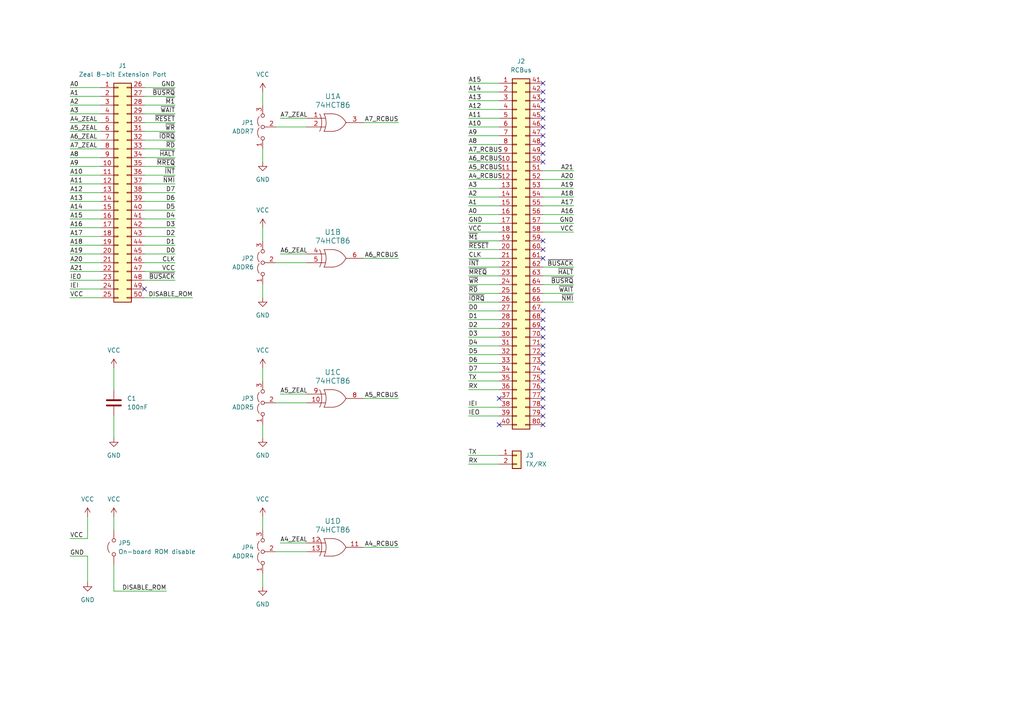
<source format=kicad_sch>
(kicad_sch (version 20250114) (generator "eeschema") (generator_version "9.0")
  (paper "A4")
  (title_block (title "Zeal 8-bit / RCBus adapter") (rev "3") (company "kolontsov.com"))
  (lib_symbols
    (symbol "Connector_Generic:Conn_01x02" (pin_names (offset 1.016) (hide yes))
      (property "Reference" "J" (at 0 2.54 0))
      (property "Value" "Conn_01x02" (at 0 -5.08 0))
      (symbol "Conn_01x02_1_1"
        (rectangle (start -1.27 1.27) (end 1.27 -3.81) (stroke (width 0.254)) (fill (type background)))
        (rectangle (start -1.27 0.127) (end 0 -0.127) (stroke (width 0.1524)))
        (rectangle (start -1.27 -2.413) (end 0 -2.667) (stroke (width 0.1524)))
        (pin passive line (at -5.08 0 0) (length 3.81) (name "Pin_1") (number "1"))
        (pin passive line (at -5.08 -2.54 0) (length 3.81) (name "Pin_2") (number "2"))
      )
    )
    (symbol "Connector_Generic:Conn_02x25_Top_Bottom" (pin_names (offset 1.016) (hide yes))
      (property "Reference" "J" (at 1.27 33.02 0))
      (property "Value" "Conn_02x25_Top_Bottom" (at 1.27 -33.02 0))
      (symbol "Conn_02x25_Top_Bottom_1_1"
        (rectangle (start -1.27 31.75) (end 3.81 -31.75) (stroke (width 0.254)) (fill (type background)))
        (rectangle (start -1.27 30.607) (end 0 30.353) (stroke (width 0.1524)))
        (rectangle (start -1.27 28.067) (end 0 27.813) (stroke (width 0.1524)))
        (rectangle (start -1.27 25.527) (end 0 25.273) (stroke (width 0.1524)))
        (rectangle (start -1.27 22.987) (end 0 22.733) (stroke (width 0.1524)))
        (rectangle (start -1.27 20.447) (end 0 20.193) (stroke (width 0.1524)))
        (rectangle (start -1.27 17.907) (end 0 17.653) (stroke (width 0.1524)))
        (rectangle (start -1.27 15.367) (end 0 15.113) (stroke (width 0.1524)))
        (rectangle (start -1.27 12.827) (end 0 12.573) (stroke (width 0.1524)))
        (rectangle (start -1.27 10.287) (end 0 10.033) (stroke (width 0.1524)))
        (rectangle (start -1.27 7.747) (end 0 7.493) (stroke (width 0.1524)))
        (rectangle (start -1.27 5.207) (end 0 4.953) (stroke (width 0.1524)))
        (rectangle (start -1.27 2.667) (end 0 2.413) (stroke (width 0.1524)))
        (rectangle (start -1.27 0.127) (end 0 -0.127) (stroke (width 0.1524)))
        (rectangle (start -1.27 -2.413) (end 0 -2.667) (stroke (width 0.1524)))
        (rectangle (start -1.27 -4.953) (end 0 -5.207) (stroke (width 0.1524)))
        (rectangle (start -1.27 -7.493) (end 0 -7.747) (stroke (width 0.1524)))
        (rectangle (start -1.27 -10.033) (end 0 -10.287) (stroke (width 0.1524)))
        (rectangle (start -1.27 -12.573) (end 0 -12.827) (stroke (width 0.1524)))
        (rectangle (start -1.27 -15.113) (end 0 -15.367) (stroke (width 0.1524)))
        (rectangle (start -1.27 -17.653) (end 0 -17.907) (stroke (width 0.1524)))
        (rectangle (start -1.27 -20.193) (end 0 -20.447) (stroke (width 0.1524)))
        (rectangle (start -1.27 -22.733) (end 0 -22.987) (stroke (width 0.1524)))
        (rectangle (start -1.27 -25.273) (end 0 -25.527) (stroke (width 0.1524)))
        (rectangle (start -1.27 -27.813) (end 0 -28.067) (stroke (width 0.1524)))
        (rectangle (start -1.27 -30.353) (end 0 -30.607) (stroke (width 0.1524)))
        (rectangle (start 3.81 30.607) (end 2.54 30.353) (stroke (width 0.1524)))
        (rectangle (start 3.81 28.067) (end 2.54 27.813) (stroke (width 0.1524)))
        (rectangle (start 3.81 25.527) (end 2.54 25.273) (stroke (width 0.1524)))
        (rectangle (start 3.81 22.987) (end 2.54 22.733) (stroke (width 0.1524)))
        (rectangle (start 3.81 20.447) (end 2.54 20.193) (stroke (width 0.1524)))
        (rectangle (start 3.81 17.907) (end 2.54 17.653) (stroke (width 0.1524)))
        (rectangle (start 3.81 15.367) (end 2.54 15.113) (stroke (width 0.1524)))
        (rectangle (start 3.81 12.827) (end 2.54 12.573) (stroke (width 0.1524)))
        (rectangle (start 3.81 10.287) (end 2.54 10.033) (stroke (width 0.1524)))
        (rectangle (start 3.81 7.747) (end 2.54 7.493) (stroke (width 0.1524)))
        (rectangle (start 3.81 5.207) (end 2.54 4.953) (stroke (width 0.1524)))
        (rectangle (start 3.81 2.667) (end 2.54 2.413) (stroke (width 0.1524)))
        (rectangle (start 3.81 0.127) (end 2.54 -0.127) (stroke (width 0.1524)))
        (rectangle (start 3.81 -2.413) (end 2.54 -2.667) (stroke (width 0.1524)))
        (rectangle (start 3.81 -4.953) (end 2.54 -5.207) (stroke (width 0.1524)))
        (rectangle (start 3.81 -7.493) (end 2.54 -7.747) (stroke (width 0.1524)))
        (rectangle (start 3.81 -10.033) (end 2.54 -10.287) (stroke (width 0.1524)))
        (rectangle (start 3.81 -12.573) (end 2.54 -12.827) (stroke (width 0.1524)))
        (rectangle (start 3.81 -15.113) (end 2.54 -15.367) (stroke (width 0.1524)))
        (rectangle (start 3.81 -17.653) (end 2.54 -17.907) (stroke (width 0.1524)))
        (rectangle (start 3.81 -20.193) (end 2.54 -20.447) (stroke (width 0.1524)))
        (rectangle (start 3.81 -22.733) (end 2.54 -22.987) (stroke (width 0.1524)))
        (rectangle (start 3.81 -25.273) (end 2.54 -25.527) (stroke (width 0.1524)))
        (rectangle (start 3.81 -27.813) (end 2.54 -28.067) (stroke (width 0.1524)))
        (rectangle (start 3.81 -30.353) (end 2.54 -30.607) (stroke (width 0.1524)))
        (pin passive line (at -5.08 30.48 0) (length 3.81) (name "Pin_1") (number "1"))
        (pin passive line (at -5.08 27.94 0) (length 3.81) (name "Pin_2") (number "2"))
        (pin passive line (at -5.08 25.4 0) (length 3.81) (name "Pin_3") (number "3"))
        (pin passive line (at -5.08 22.86 0) (length 3.81) (name "Pin_4") (number "4"))
        (pin passive line (at -5.08 20.32 0) (length 3.81) (name "Pin_5") (number "5"))
        (pin passive line (at -5.08 17.78 0) (length 3.81) (name "Pin_6") (number "6"))
        (pin passive line (at -5.08 15.24 0) (length 3.81) (name "Pin_7") (number "7"))
        (pin passive line (at -5.08 12.7 0) (length 3.81) (name "Pin_8") (number "8"))
        (pin passive line (at -5.08 10.16 0) (length 3.81) (name "Pin_9") (number "9"))
        (pin passive line (at -5.08 7.62 0) (length 3.81) (name "Pin_10") (number "10"))
        (pin passive line (at -5.08 5.08 0) (length 3.81) (name "Pin_11") (number "11"))
        (pin passive line (at -5.08 2.54 0) (length 3.81) (name "Pin_12") (number "12"))
        (pin passive line (at -5.08 0 0) (length 3.81) (name "Pin_13") (number "13"))
        (pin passive line (at -5.08 -2.54 0) (length 3.81) (name "Pin_14") (number "14"))
        (pin passive line (at -5.08 -5.08 0) (length 3.81) (name "Pin_15") (number "15"))
        (pin passive line (at -5.08 -7.62 0) (length 3.81) (name "Pin_16") (number "16"))
        (pin passive line (at -5.08 -10.16 0) (length 3.81) (name "Pin_17") (number "17"))
        (pin passive line (at -5.08 -12.7 0) (length 3.81) (name "Pin_18") (number "18"))
        (pin passive line (at -5.08 -15.24 0) (length 3.81) (name "Pin_19") (number "19"))
        (pin passive line (at -5.08 -17.78 0) (length 3.81) (name "Pin_20") (number "20"))
        (pin passive line (at -5.08 -20.32 0) (length 3.81) (name "Pin_21") (number "21"))
        (pin passive line (at -5.08 -22.86 0) (length 3.81) (name "Pin_22") (number "22"))
        (pin passive line (at -5.08 -25.4 0) (length 3.81) (name "Pin_23") (number "23"))
        (pin passive line (at -5.08 -27.94 0) (length 3.81) (name "Pin_24") (number "24"))
        (pin passive line (at -5.08 -30.48 0) (length 3.81) (name "Pin_25") (number "25"))
        (pin passive line (at 7.62 30.48 180) (length 3.81) (name "Pin_26") (number "26"))
        (pin passive line (at 7.62 27.94 180) (length 3.81) (name "Pin_27") (number "27"))
        (pin passive line (at 7.62 25.4 180) (length 3.81) (name "Pin_28") (number "28"))
        (pin passive line (at 7.62 22.86 180) (length 3.81) (name "Pin_29") (number "29"))
        (pin passive line (at 7.62 20.32 180) (length 3.81) (name "Pin_30") (number "30"))
        (pin passive line (at 7.62 17.78 180) (length 3.81) (name "Pin_31") (number "31"))
        (pin passive line (at 7.62 15.24 180) (length 3.81) (name "Pin_32") (number "32"))
        (pin passive line (at 7.62 12.7 180) (length 3.81) (name "Pin_33") (number "33"))
        (pin passive line (at 7.62 10.16 180) (length 3.81) (name "Pin_34") (number "34"))
        (pin passive line (at 7.62 7.62 180) (length 3.81) (name "Pin_35") (number "35"))
        (pin passive line (at 7.62 5.08 180) (length 3.81) (name "Pin_36") (number "36"))
        (pin passive line (at 7.62 2.54 180) (length 3.81) (name "Pin_37") (number "37"))
        (pin passive line (at 7.62 0 180) (length 3.81) (name "Pin_38") (number "38"))
        (pin passive line (at 7.62 -2.54 180) (length 3.81) (name "Pin_39") (number "39"))
        (pin passive line (at 7.62 -5.08 180) (length 3.81) (name "Pin_40") (number "40"))
        (pin passive line (at 7.62 -7.62 180) (length 3.81) (name "Pin_41") (number "41"))
        (pin passive line (at 7.62 -10.16 180) (length 3.81) (name "Pin_42") (number "42"))
        (pin passive line (at 7.62 -12.7 180) (length 3.81) (name "Pin_43") (number "43"))
        (pin passive line (at 7.62 -15.24 180) (length 3.81) (name "Pin_44") (number "44"))
        (pin passive line (at 7.62 -17.78 180) (length 3.81) (name "Pin_45") (number "45"))
        (pin passive line (at 7.62 -20.32 180) (length 3.81) (name "Pin_46") (number "46"))
        (pin passive line (at 7.62 -22.86 180) (length 3.81) (name "Pin_47") (number "47"))
        (pin passive line (at 7.62 -25.4 180) (length 3.81) (name "Pin_48") (number "48"))
        (pin passive line (at 7.62 -27.94 180) (length 3.81) (name "Pin_49") (number "49"))
        (pin passive line (at 7.62 -30.48 180) (length 3.81) (name "Pin_50") (number "50"))
      )
    )
    (symbol "Connector_Generic:Conn_02x40_Top_Bottom" (pin_names (offset 1.016) (hide yes))
      (property "Reference" "J" (at 1.27 50.8 0))
      (property "Value" "Conn_02x40_Top_Bottom" (at 1.27 -53.34 0))
      (symbol "Conn_02x40_Top_Bottom_1_1"
        (rectangle (start -1.27 49.53) (end 3.81 -52.07) (stroke (width 0.254)) (fill (type background)))
        (rectangle (start -1.27 48.387) (end 0 48.133) (stroke (width 0.1524)))
        (rectangle (start -1.27 45.847) (end 0 45.593) (stroke (width 0.1524)))
        (rectangle (start -1.27 43.307) (end 0 43.053) (stroke (width 0.1524)))
        (rectangle (start -1.27 40.767) (end 0 40.513) (stroke (width 0.1524)))
        (rectangle (start -1.27 38.227) (end 0 37.973) (stroke (width 0.1524)))
        (rectangle (start -1.27 35.687) (end 0 35.433) (stroke (width 0.1524)))
        (rectangle (start -1.27 33.147) (end 0 32.893) (stroke (width 0.1524)))
        (rectangle (start -1.27 30.607) (end 0 30.353) (stroke (width 0.1524)))
        (rectangle (start -1.27 28.067) (end 0 27.813) (stroke (width 0.1524)))
        (rectangle (start -1.27 25.527) (end 0 25.273) (stroke (width 0.1524)))
        (rectangle (start -1.27 22.987) (end 0 22.733) (stroke (width 0.1524)))
        (rectangle (start -1.27 20.447) (end 0 20.193) (stroke (width 0.1524)))
        (rectangle (start -1.27 17.907) (end 0 17.653) (stroke (width 0.1524)))
        (rectangle (start -1.27 15.367) (end 0 15.113) (stroke (width 0.1524)))
        (rectangle (start -1.27 12.827) (end 0 12.573) (stroke (width 0.1524)))
        (rectangle (start -1.27 10.287) (end 0 10.033) (stroke (width 0.1524)))
        (rectangle (start -1.27 7.747) (end 0 7.493) (stroke (width 0.1524)))
        (rectangle (start -1.27 5.207) (end 0 4.953) (stroke (width 0.1524)))
        (rectangle (start -1.27 2.667) (end 0 2.413) (stroke (width 0.1524)))
        (rectangle (start -1.27 0.127) (end 0 -0.127) (stroke (width 0.1524)))
        (rectangle (start -1.27 -2.413) (end 0 -2.667) (stroke (width 0.1524)))
        (rectangle (start -1.27 -4.953) (end 0 -5.207) (stroke (width 0.1524)))
        (rectangle (start -1.27 -7.493) (end 0 -7.747) (stroke (width 0.1524)))
        (rectangle (start -1.27 -10.033) (end 0 -10.287) (stroke (width 0.1524)))
        (rectangle (start -1.27 -12.573) (end 0 -12.827) (stroke (width 0.1524)))
        (rectangle (start -1.27 -15.113) (end 0 -15.367) (stroke (width 0.1524)))
        (rectangle (start -1.27 -17.653) (end 0 -17.907) (stroke (width 0.1524)))
        (rectangle (start -1.27 -20.193) (end 0 -20.447) (stroke (width 0.1524)))
        (rectangle (start -1.27 -22.733) (end 0 -22.987) (stroke (width 0.1524)))
        (rectangle (start -1.27 -25.273) (end 0 -25.527) (stroke (width 0.1524)))
        (rectangle (start -1.27 -27.813) (end 0 -28.067) (stroke (width 0.1524)))
        (rectangle (start -1.27 -30.353) (end 0 -30.607) (stroke (width 0.1524)))
        (rectangle (start -1.27 -32.893) (end 0 -33.147) (stroke (width 0.1524)))
        (rectangle (start -1.27 -35.433) (end 0 -35.687) (stroke (width 0.1524)))
        (rectangle (start -1.27 -37.973) (end 0 -38.227) (stroke (width 0.1524)))
        (rectangle (start -1.27 -40.513) (end 0 -40.767) (stroke (width 0.1524)))
        (rectangle (start -1.27 -43.053) (end 0 -43.307) (stroke (width 0.1524)))
        (rectangle (start -1.27 -45.593) (end 0 -45.847) (stroke (width 0.1524)))
        (rectangle (start -1.27 -48.133) (end 0 -48.387) (stroke (width 0.1524)))
        (rectangle (start -1.27 -50.673) (end 0 -50.927) (stroke (width 0.1524)))
        (rectangle (start 3.81 48.387) (end 2.54 48.133) (stroke (width 0.1524)))
        (rectangle (start 3.81 45.847) (end 2.54 45.593) (stroke (width 0.1524)))
        (rectangle (start 3.81 43.307) (end 2.54 43.053) (stroke (width 0.1524)))
        (rectangle (start 3.81 40.767) (end 2.54 40.513) (stroke (width 0.1524)))
        (rectangle (start 3.81 38.227) (end 2.54 37.973) (stroke (width 0.1524)))
        (rectangle (start 3.81 35.687) (end 2.54 35.433) (stroke (width 0.1524)))
        (rectangle (start 3.81 33.147) (end 2.54 32.893) (stroke (width 0.1524)))
        (rectangle (start 3.81 30.607) (end 2.54 30.353) (stroke (width 0.1524)))
        (rectangle (start 3.81 28.067) (end 2.54 27.813) (stroke (width 0.1524)))
        (rectangle (start 3.81 25.527) (end 2.54 25.273) (stroke (width 0.1524)))
        (rectangle (start 3.81 22.987) (end 2.54 22.733) (stroke (width 0.1524)))
        (rectangle (start 3.81 20.447) (end 2.54 20.193) (stroke (width 0.1524)))
        (rectangle (start 3.81 17.907) (end 2.54 17.653) (stroke (width 0.1524)))
        (rectangle (start 3.81 15.367) (end 2.54 15.113) (stroke (width 0.1524)))
        (rectangle (start 3.81 12.827) (end 2.54 12.573) (stroke (width 0.1524)))
        (rectangle (start 3.81 10.287) (end 2.54 10.033) (stroke (width 0.1524)))
        (rectangle (start 3.81 7.747) (end 2.54 7.493) (stroke (width 0.1524)))
        (rectangle (start 3.81 5.207) (end 2.54 4.953) (stroke (width 0.1524)))
        (rectangle (start 3.81 2.667) (end 2.54 2.413) (stroke (width 0.1524)))
        (rectangle (start 3.81 0.127) (end 2.54 -0.127) (stroke (width 0.1524)))
        (rectangle (start 3.81 -2.413) (end 2.54 -2.667) (stroke (width 0.1524)))
        (rectangle (start 3.81 -4.953) (end 2.54 -5.207) (stroke (width 0.1524)))
        (rectangle (start 3.81 -7.493) (end 2.54 -7.747) (stroke (width 0.1524)))
        (rectangle (start 3.81 -10.033) (end 2.54 -10.287) (stroke (width 0.1524)))
        (rectangle (start 3.81 -12.573) (end 2.54 -12.827) (stroke (width 0.1524)))
        (rectangle (start 3.81 -15.113) (end 2.54 -15.367) (stroke (width 0.1524)))
        (rectangle (start 3.81 -17.653) (end 2.54 -17.907) (stroke (width 0.1524)))
        (rectangle (start 3.81 -20.193) (end 2.54 -20.447) (stroke (width 0.1524)))
        (rectangle (start 3.81 -22.733) (end 2.54 -22.987) (stroke (width 0.1524)))
        (rectangle (start 3.81 -25.273) (end 2.54 -25.527) (stroke (width 0.1524)))
        (rectangle (start 3.81 -27.813) (end 2.54 -28.067) (stroke (width 0.1524)))
        (rectangle (start 3.81 -30.353) (end 2.54 -30.607) (stroke (width 0.1524)))
        (rectangle (start 3.81 -32.893) (end 2.54 -33.147) (stroke (width 0.1524)))
        (rectangle (start 3.81 -35.433) (end 2.54 -35.687) (stroke (width 0.1524)))
        (rectangle (start 3.81 -37.973) (end 2.54 -38.227) (stroke (width 0.1524)))
        (rectangle (start 3.81 -40.513) (end 2.54 -40.767) (stroke (width 0.1524)))
        (rectangle (start 3.81 -43.053) (end 2.54 -43.307) (stroke (width 0.1524)))
        (rectangle (start 3.81 -45.593) (end 2.54 -45.847) (stroke (width 0.1524)))
        (rectangle (start 3.81 -48.133) (end 2.54 -48.387) (stroke (width 0.1524)))
        (rectangle (start 3.81 -50.673) (end 2.54 -50.927) (stroke (width 0.1524)))
        (pin passive line (at -5.08 48.26 0) (length 3.81) (name "Pin_1") (number "1"))
        (pin passive line (at -5.08 45.72 0) (length 3.81) (name "Pin_2") (number "2"))
        (pin passive line (at -5.08 43.18 0) (length 3.81) (name "Pin_3") (number "3"))
        (pin passive line (at -5.08 40.64 0) (length 3.81) (name "Pin_4") (number "4"))
        (pin passive line (at -5.08 38.1 0) (length 3.81) (name "Pin_5") (number "5"))
        (pin passive line (at -5.08 35.56 0) (length 3.81) (name "Pin_6") (number "6"))
        (pin passive line (at -5.08 33.02 0) (length 3.81) (name "Pin_7") (number "7"))
        (pin passive line (at -5.08 30.48 0) (length 3.81) (name "Pin_8") (number "8"))
        (pin passive line (at -5.08 27.94 0) (length 3.81) (name "Pin_9") (number "9"))
        (pin passive line (at -5.08 25.4 0) (length 3.81) (name "Pin_10") (number "10"))
        (pin passive line (at -5.08 22.86 0) (length 3.81) (name "Pin_11") (number "11"))
        (pin passive line (at -5.08 20.32 0) (length 3.81) (name "Pin_12") (number "12"))
        (pin passive line (at -5.08 17.78 0) (length 3.81) (name "Pin_13") (number "13"))
        (pin passive line (at -5.08 15.24 0) (length 3.81) (name "Pin_14") (number "14"))
        (pin passive line (at -5.08 12.7 0) (length 3.81) (name "Pin_15") (number "15"))
        (pin passive line (at -5.08 10.16 0) (length 3.81) (name "Pin_16") (number "16"))
        (pin passive line (at -5.08 7.62 0) (length 3.81) (name "Pin_17") (number "17"))
        (pin passive line (at -5.08 5.08 0) (length 3.81) (name "Pin_18") (number "18"))
        (pin passive line (at -5.08 2.54 0) (length 3.81) (name "Pin_19") (number "19"))
        (pin passive line (at -5.08 0 0) (length 3.81) (name "Pin_20") (number "20"))
        (pin passive line (at -5.08 -2.54 0) (length 3.81) (name "Pin_21") (number "21"))
        (pin passive line (at -5.08 -5.08 0) (length 3.81) (name "Pin_22") (number "22"))
        (pin passive line (at -5.08 -7.62 0) (length 3.81) (name "Pin_23") (number "23"))
        (pin passive line (at -5.08 -10.16 0) (length 3.81) (name "Pin_24") (number "24"))
        (pin passive line (at -5.08 -12.7 0) (length 3.81) (name "Pin_25") (number "25"))
        (pin passive line (at -5.08 -15.24 0) (length 3.81) (name "Pin_26") (number "26"))
        (pin passive line (at -5.08 -17.78 0) (length 3.81) (name "Pin_27") (number "27"))
        (pin passive line (at -5.08 -20.32 0) (length 3.81) (name "Pin_28") (number "28"))
        (pin passive line (at -5.08 -22.86 0) (length 3.81) (name "Pin_29") (number "29"))
        (pin passive line (at -5.08 -25.4 0) (length 3.81) (name "Pin_30") (number "30"))
        (pin passive line (at -5.08 -27.94 0) (length 3.81) (name "Pin_31") (number "31"))
        (pin passive line (at -5.08 -30.48 0) (length 3.81) (name "Pin_32") (number "32"))
        (pin passive line (at -5.08 -33.02 0) (length 3.81) (name "Pin_33") (number "33"))
        (pin passive line (at -5.08 -35.56 0) (length 3.81) (name "Pin_34") (number "34"))
        (pin passive line (at -5.08 -38.1 0) (length 3.81) (name "Pin_35") (number "35"))
        (pin passive line (at -5.08 -40.64 0) (length 3.81) (name "Pin_36") (number "36"))
        (pin passive line (at -5.08 -43.18 0) (length 3.81) (name "Pin_37") (number "37"))
        (pin passive line (at -5.08 -45.72 0) (length 3.81) (name "Pin_38") (number "38"))
        (pin passive line (at -5.08 -48.26 0) (length 3.81) (name "Pin_39") (number "39"))
        (pin passive line (at -5.08 -50.8 0) (length 3.81) (name "Pin_40") (number "40"))
        (pin passive line (at 7.62 48.26 180) (length 3.81) (name "Pin_41") (number "41"))
        (pin passive line (at 7.62 45.72 180) (length 3.81) (name "Pin_42") (number "42"))
        (pin passive line (at 7.62 43.18 180) (length 3.81) (name "Pin_43") (number "43"))
        (pin passive line (at 7.62 40.64 180) (length 3.81) (name "Pin_44") (number "44"))
        (pin passive line (at 7.62 38.1 180) (length 3.81) (name "Pin_45") (number "45"))
        (pin passive line (at 7.62 35.56 180) (length 3.81) (name "Pin_46") (number "46"))
        (pin passive line (at 7.62 33.02 180) (length 3.81) (name "Pin_47") (number "47"))
        (pin passive line (at 7.62 30.48 180) (length 3.81) (name "Pin_48") (number "48"))
        (pin passive line (at 7.62 27.94 180) (length 3.81) (name "Pin_49") (number "49"))
        (pin passive line (at 7.62 25.4 180) (length 3.81) (name "Pin_50") (number "50"))
        (pin passive line (at 7.62 22.86 180) (length 3.81) (name "Pin_51") (number "51"))
        (pin passive line (at 7.62 20.32 180) (length 3.81) (name "Pin_52") (number "52"))
        (pin passive line (at 7.62 17.78 180) (length 3.81) (name "Pin_53") (number "53"))
        (pin passive line (at 7.62 15.24 180) (length 3.81) (name "Pin_54") (number "54"))
        (pin passive line (at 7.62 12.7 180) (length 3.81) (name "Pin_55") (number "55"))
        (pin passive line (at 7.62 10.16 180) (length 3.81) (name "Pin_56") (number "56"))
        (pin passive line (at 7.62 7.62 180) (length 3.81) (name "Pin_57") (number "57"))
        (pin passive line (at 7.62 5.08 180) (length 3.81) (name "Pin_58") (number "58"))
        (pin passive line (at 7.62 2.54 180) (length 3.81) (name "Pin_59") (number "59"))
        (pin passive line (at 7.62 0 180) (length 3.81) (name "Pin_60") (number "60"))
        (pin passive line (at 7.62 -2.54 180) (length 3.81) (name "Pin_61") (number "61"))
        (pin passive line (at 7.62 -5.08 180) (length 3.81) (name "Pin_62") (number "62"))
        (pin passive line (at 7.62 -7.62 180) (length 3.81) (name "Pin_63") (number "63"))
        (pin passive line (at 7.62 -10.16 180) (length 3.81) (name "Pin_64") (number "64"))
        (pin passive line (at 7.62 -12.7 180) (length 3.81) (name "Pin_65") (number "65"))
        (pin passive line (at 7.62 -15.24 180) (length 3.81) (name "Pin_66") (number "66"))
        (pin passive line (at 7.62 -17.78 180) (length 3.81) (name "Pin_67") (number "67"))
        (pin passive line (at 7.62 -20.32 180) (length 3.81) (name "Pin_68") (number "68"))
        (pin passive line (at 7.62 -22.86 180) (length 3.81) (name "Pin_69") (number "69"))
        (pin passive line (at 7.62 -25.4 180) (length 3.81) (name "Pin_70") (number "70"))
        (pin passive line (at 7.62 -27.94 180) (length 3.81) (name "Pin_71") (number "71"))
        (pin passive line (at 7.62 -30.48 180) (length 3.81) (name "Pin_72") (number "72"))
        (pin passive line (at 7.62 -33.02 180) (length 3.81) (name "Pin_73") (number "73"))
        (pin passive line (at 7.62 -35.56 180) (length 3.81) (name "Pin_74") (number "74"))
        (pin passive line (at 7.62 -38.1 180) (length 3.81) (name "Pin_75") (number "75"))
        (pin passive line (at 7.62 -40.64 180) (length 3.81) (name "Pin_76") (number "76"))
        (pin passive line (at 7.62 -43.18 180) (length 3.81) (name "Pin_77") (number "77"))
        (pin passive line (at 7.62 -45.72 180) (length 3.81) (name "Pin_78") (number "78"))
        (pin passive line (at 7.62 -48.26 180) (length 3.81) (name "Pin_79") (number "79"))
        (pin passive line (at 7.62 -50.8 180) (length 3.81) (name "Pin_80") (number "80"))
      )
    )
    (symbol "Device:C" (pin_numbers (hide yes)) (pin_names (offset 0.254))
      (property "Reference" "C" (at 0.635 2.54 0))
      (property "Value" "C" (at 0.635 -2.54 0))
      (symbol "C_0_1"
        (polyline (pts (xy -2.032 0.762) (xy 2.032 0.762)) (stroke (width 0.508)))
        (polyline (pts (xy -2.032 -0.762) (xy 2.032 -0.762)) (stroke (width 0.508)))
      )
      (symbol "C_1_1"
        (pin passive line (at 0 3.81 270) (length 2.794) (name "~") (number "1"))
        (pin passive line (at 0 -3.81 90) (length 2.794) (name "~") (number "2"))
      )
    )
    (symbol "Jumper:Jumper_2_Open" (pin_numbers (hide yes)) (pin_names (offset 0) (hide yes))
      (property "Reference" "JP" (at 0 2.794 0))
      (property "Value" "Jumper_2_Open" (at 0 -2.286 0))
      (symbol "Jumper_2_Open_0_0"
        (circle (center -2.032 0) (radius 0.508))
        (circle (center 2.032 0) (radius 0.508))
      )
      (symbol "Jumper_2_Open_0_1"
        (arc (start -1.524 1.27) (mid 0 1.778) (end 1.524 1.27))
      )
      (symbol "Jumper_2_Open_1_1"
        (pin passive line (at -5.08 0 0) (length 2.54) (name "A") (number "1"))
        (pin passive line (at 5.08 0 180) (length 2.54) (name "B") (number "2"))
      )
    )
    (symbol "Jumper:Jumper_3_Open" (pin_names (offset 0) (hide yes)) (in_bom no)
      (property "Reference" "JP" (at -2.54 -2.54 0))
      (property "Value" "Jumper_3_Open" (at 0 2.794 0))
      (symbol "Jumper_3_Open_0_0"
        (circle (center -3.302 0) (radius 0.508))
        (circle (center 0 0) (radius 0.508))
        (circle (center 3.302 0) (radius 0.508))
      )
      (symbol "Jumper_3_Open_0_1"
        (arc (start -3.048 1.016) (mid -1.651 1.4992) (end -0.254 1.016))
        (polyline (pts (xy 0 -0.508) (xy 0 -1.27)))
        (arc (start 0.254 1.016) (mid 1.651 1.4992) (end 3.048 1.016))
      )
      (symbol "Jumper_3_Open_1_1"
        (pin passive line (at -6.35 0 0) (length 2.54) (name "A") (number "1"))
        (pin passive line (at 0 -3.81 90) (length 2.54) (name "C") (number "2"))
        (pin passive line (at 6.35 0 180) (length 2.54) (name "B") (number "3"))
      )
    )
    (symbol "Kiselev:74HCT86" (pin_names (offset 0.762))
      (property "Reference" "U" (at 0 0 0))
      (property "Value" "74HCT86" (at -2.54 -3.81 0))
      (symbol "74HCT86_0_0"
        (pin power_in line (at -1.27 2.54 90) (length 0) (hide yes) (name "VCC") (number "14"))
        (pin power_in line (at -1.27 -2.54 90) (length 0) (hide yes) (name "GND") (number "7"))
      )
      (symbol "74HCT86_0_1"
        (arc (start -3.81 2.54) (mid -3.2104 0) (end -3.81 -2.54))
        (arc (start -2.54 2.54) (mid -1.9404 0) (end -2.54 -2.54))
        (polyline (pts (xy -2.54 2.54) (xy 0 2.54)))
        (polyline (pts (xy -2.54 -2.54) (xy 0 -2.54)))
        (arc (start 3.81 0) (mid 2.2496 -1.787) (end 0 -2.54))
        (arc (start 0 2.54) (mid 2.2536 1.793) (end 3.81 0))
      )
      (symbol "74HCT86_1_1"
        (pin input line (at -7.62 1.27 0) (length 5.461) (name "~") (number "1"))
        (pin input line (at -7.62 -1.27 0) (length 5.461) (name "~") (number "2"))
        (pin output line (at 8.89 0 180) (length 5.08) (name "~") (number "3"))
      )
      (symbol "74HCT86_2_1"
        (pin input line (at -7.62 1.27 0) (length 5.461) (name "~") (number "4"))
        (pin input line (at -7.62 -1.27 0) (length 5.461) (name "~") (number "5"))
        (pin output line (at 8.89 0 180) (length 5.08) (name "~") (number "6"))
      )
      (symbol "74HCT86_3_1"
        (pin input line (at -7.62 1.27 0) (length 5.461) (name "~") (number "9"))
        (pin input line (at -7.62 -1.27 0) (length 5.461) (name "~") (number "10"))
        (pin output line (at 8.89 0 180) (length 5.08) (name "~") (number "8"))
      )
      (symbol "74HCT86_4_1"
        (pin input line (at -7.62 1.27 0) (length 5.461) (name "~") (number "12"))
        (pin input line (at -7.62 -1.27 0) (length 5.461) (name "~") (number "13"))
        (pin output line (at 8.89 0 180) (length 5.08) (name "~") (number "11"))
      )
    )
    (symbol "power:GND" (power) (pin_numbers (hide yes)) (pin_names (offset 0) (hide yes))
      (property "Value" "GND" (at 0 -3.81 0))
      (symbol "GND_0_1"
        (polyline (pts (xy 0 0) (xy 0 -1.27) (xy 1.27 -1.27) (xy 0 -2.54) (xy -1.27 -1.27) (xy 0 -1.27)))
      )
      (symbol "GND_1_1"
        (pin power_in line (at 0 0 270) (length 0) (name "~") (number "1"))
      )
    )
    (symbol "power:VCC" (power) (pin_numbers (hide yes)) (pin_names (offset 0) (hide yes))
      (property "Value" "VCC" (at 0 3.556 0))
      (symbol "VCC_0_1"
        (polyline (pts (xy -0.762 1.27) (xy 0 2.54)))
        (polyline (pts (xy 0 2.54) (xy 0.762 1.27)))
        (polyline (pts (xy 0 0) (xy 0 2.54)))
      )
      (symbol "VCC_1_1"
        (pin power_in line (at 0 0 90) (length 0) (name "~") (number "1"))
      )
    )
  )
  (no_connect (at 157.48 115.57))
  (no_connect (at 157.48 110.49))
  (no_connect (at 157.48 72.39))
  (no_connect (at 157.48 29.21))
  (no_connect (at 157.48 102.87))
  (no_connect (at 157.48 107.95))
  (no_connect (at 157.48 90.17))
  (no_connect (at 157.48 44.45))
  (no_connect (at 157.48 113.03))
  (no_connect (at 157.48 120.65))
  (no_connect (at 157.48 34.29))
  (no_connect (at 157.48 100.33))
  (no_connect (at 157.48 46.99))
  (no_connect (at 157.48 97.79))
  (no_connect (at 157.48 31.75))
  (no_connect (at 157.48 24.13))
  (no_connect (at 157.48 92.71))
  (no_connect (at 157.48 36.83))
  (no_connect (at 41.91 83.82))
  (no_connect (at 157.48 105.41))
  (no_connect (at 157.48 118.11))
  (no_connect (at 157.48 69.85))
  (no_connect (at 157.48 123.19))
  (no_connect (at 157.48 39.37))
  (no_connect (at 144.78 115.57))
  (no_connect (at 157.48 26.67))
  (no_connect (at 144.78 123.19))
  (no_connect (at 157.48 41.91))
  (no_connect (at 157.48 74.93))
  (no_connect (at 157.48 95.25))
  (wire (pts (xy 135.89 82.55) (xy 144.78 82.55)))
  (wire (pts (xy 135.89 39.37) (xy 144.78 39.37)))
  (wire (pts (xy 20.32 33.02) (xy 29.21 33.02)))
  (wire (pts (xy 20.32 55.88) (xy 29.21 55.88)))
  (wire (pts (xy 80.01 160.02) (xy 88.9 160.02)))
  (wire (pts (xy 135.89 24.13) (xy 144.78 24.13)))
  (wire (pts (xy 76.2 26.67) (xy 76.2 30.48)))
  (wire (pts (xy 41.91 71.12) (xy 50.8 71.12)))
  (wire (pts (xy 157.48 80.01) (xy 166.37 80.01)))
  (wire (pts (xy 157.48 67.31) (xy 166.37 67.31)))
  (wire (pts (xy 41.91 81.28) (xy 50.8 81.28)))
  (wire (pts (xy 135.89 87.63) (xy 144.78 87.63)))
  (wire (pts (xy 135.89 31.75) (xy 144.78 31.75)))
  (wire (pts (xy 20.32 78.74) (xy 29.21 78.74)))
  (wire (pts (xy 76.2 123.19) (xy 76.2 127)))
  (wire (pts (xy 81.28 157.48) (xy 88.9 157.48)))
  (wire (pts (xy 135.89 49.53) (xy 144.78 49.53)))
  (wire (pts (xy 20.32 86.36) (xy 29.21 86.36)))
  (wire (pts (xy 135.89 69.85) (xy 144.78 69.85)))
  (wire (pts (xy 135.89 107.95) (xy 144.78 107.95)))
  (wire (pts (xy 135.89 77.47) (xy 144.78 77.47)))
  (wire (pts (xy 135.89 113.03) (xy 144.78 113.03)))
  (wire (pts (xy 41.91 78.74) (xy 50.8 78.74)))
  (wire (pts (xy 20.32 76.2) (xy 29.21 76.2)))
  (wire (pts (xy 135.89 57.15) (xy 144.78 57.15)))
  (wire (pts (xy 81.28 114.3) (xy 88.9 114.3)))
  (wire (pts (xy 41.91 68.58) (xy 50.8 68.58)))
  (wire (pts (xy 76.2 82.55) (xy 76.2 86.36)))
  (wire (pts (xy 41.91 86.36) (xy 55.88 86.36)))
  (wire (pts (xy 33.02 149.86) (xy 33.02 153.67)))
  (wire (pts (xy 135.89 52.07) (xy 144.78 52.07)))
  (wire (pts (xy 157.48 87.63) (xy 166.37 87.63)))
  (wire (pts (xy 41.91 58.42) (xy 50.8 58.42)))
  (wire (pts (xy 76.2 66.04) (xy 76.2 69.85)))
  (wire (pts (xy 80.01 76.2) (xy 88.9 76.2)))
  (wire (pts (xy 33.02 106.68) (xy 33.02 113.03)))
  (wire (pts (xy 157.48 62.23) (xy 166.37 62.23)))
  (wire (pts (xy 20.32 30.48) (xy 29.21 30.48)))
  (wire (pts (xy 20.32 50.8) (xy 29.21 50.8)))
  (wire (pts (xy 41.91 40.64) (xy 50.8 40.64)))
  (wire (pts (xy 41.91 63.5) (xy 50.8 63.5)))
  (wire (pts (xy 41.91 73.66) (xy 50.8 73.66)))
  (wire (pts (xy 105.41 35.56) (xy 115.57 35.56)))
  (wire (pts (xy 135.89 44.45) (xy 144.78 44.45)))
  (wire (pts (xy 33.02 163.83) (xy 33.02 171.45)))
  (wire (pts (xy 105.41 115.57) (xy 115.57 115.57)))
  (wire (pts (xy 135.89 67.31) (xy 144.78 67.31)))
  (wire (pts (xy 41.91 45.72) (xy 50.8 45.72)))
  (wire (pts (xy 135.89 29.21) (xy 144.78 29.21)))
  (wire (pts (xy 135.89 132.08) (xy 144.78 132.08)))
  (wire (pts (xy 20.32 53.34) (xy 29.21 53.34)))
  (wire (pts (xy 20.32 63.5) (xy 29.21 63.5)))
  (wire (pts (xy 41.91 25.4) (xy 50.8 25.4)))
  (wire (pts (xy 20.32 161.29) (xy 25.4 161.29)))
  (wire (pts (xy 41.91 35.56) (xy 50.8 35.56)))
  (wire (pts (xy 41.91 50.8) (xy 50.8 50.8)))
  (wire (pts (xy 157.48 49.53) (xy 166.37 49.53)))
  (wire (pts (xy 135.89 74.93) (xy 144.78 74.93)))
  (wire (pts (xy 33.02 120.65) (xy 33.02 127)))
  (wire (pts (xy 41.91 53.34) (xy 50.8 53.34)))
  (wire (pts (xy 135.89 41.91) (xy 144.78 41.91)))
  (wire (pts (xy 20.32 83.82) (xy 29.21 83.82)))
  (wire (pts (xy 135.89 46.99) (xy 144.78 46.99)))
  (wire (pts (xy 41.91 55.88) (xy 50.8 55.88)))
  (wire (pts (xy 76.2 166.37) (xy 76.2 170.18)))
  (wire (pts (xy 76.2 149.86) (xy 76.2 153.67)))
  (wire (pts (xy 135.89 90.17) (xy 144.78 90.17)))
  (wire (pts (xy 135.89 100.33) (xy 144.78 100.33)))
  (wire (pts (xy 157.48 57.15) (xy 166.37 57.15)))
  (wire (pts (xy 105.41 158.75) (xy 115.57 158.75)))
  (wire (pts (xy 20.32 81.28) (xy 29.21 81.28)))
  (wire (pts (xy 20.32 71.12) (xy 29.21 71.12)))
  (wire (pts (xy 20.32 35.56) (xy 29.21 35.56)))
  (wire (pts (xy 20.32 66.04) (xy 29.21 66.04)))
  (wire (pts (xy 157.48 54.61) (xy 166.37 54.61)))
  (wire (pts (xy 41.91 38.1) (xy 50.8 38.1)))
  (wire (pts (xy 20.32 43.18) (xy 29.21 43.18)))
  (wire (pts (xy 41.91 43.18) (xy 50.8 43.18)))
  (wire (pts (xy 135.89 105.41) (xy 144.78 105.41)))
  (wire (pts (xy 20.32 60.96) (xy 29.21 60.96)))
  (wire (pts (xy 157.48 64.77) (xy 166.37 64.77)))
  (wire (pts (xy 157.48 82.55) (xy 166.37 82.55)))
  (wire (pts (xy 41.91 48.26) (xy 50.8 48.26)))
  (wire (pts (xy 135.89 85.09) (xy 144.78 85.09)))
  (wire (pts (xy 135.89 97.79) (xy 144.78 97.79)))
  (wire (pts (xy 135.89 62.23) (xy 144.78 62.23)))
  (wire (pts (xy 135.89 34.29) (xy 144.78 34.29)))
  (wire (pts (xy 135.89 54.61) (xy 144.78 54.61)))
  (wire (pts (xy 41.91 33.02) (xy 50.8 33.02)))
  (wire (pts (xy 157.48 52.07) (xy 166.37 52.07)))
  (wire (pts (xy 157.48 59.69) (xy 166.37 59.69)))
  (wire (pts (xy 157.48 85.09) (xy 166.37 85.09)))
  (wire (pts (xy 135.89 59.69) (xy 144.78 59.69)))
  (wire (pts (xy 135.89 134.62) (xy 144.78 134.62)))
  (wire (pts (xy 81.28 73.66) (xy 88.9 73.66)))
  (wire (pts (xy 135.89 120.65) (xy 144.78 120.65)))
  (wire (pts (xy 20.32 73.66) (xy 29.21 73.66)))
  (wire (pts (xy 20.32 156.21) (xy 25.4 156.21)))
  (wire (pts (xy 81.28 34.29) (xy 88.9 34.29)))
  (wire (pts (xy 20.32 45.72) (xy 29.21 45.72)))
  (wire (pts (xy 80.01 36.83) (xy 88.9 36.83)))
  (wire (pts (xy 41.91 27.94) (xy 50.8 27.94)))
  (wire (pts (xy 20.32 48.26) (xy 29.21 48.26)))
  (wire (pts (xy 20.32 38.1) (xy 29.21 38.1)))
  (wire (pts (xy 135.89 102.87) (xy 144.78 102.87)))
  (wire (pts (xy 76.2 106.68) (xy 76.2 110.49)))
  (wire (pts (xy 76.2 43.18) (xy 76.2 46.99)))
  (wire (pts (xy 41.91 66.04) (xy 50.8 66.04)))
  (wire (pts (xy 20.32 58.42) (xy 29.21 58.42)))
  (wire (pts (xy 135.89 64.77) (xy 144.78 64.77)))
  (wire (pts (xy 20.32 68.58) (xy 29.21 68.58)))
  (wire (pts (xy 135.89 72.39) (xy 144.78 72.39)))
  (wire (pts (xy 20.32 27.94) (xy 29.21 27.94)))
  (wire (pts (xy 135.89 110.49) (xy 144.78 110.49)))
  (wire (pts (xy 135.89 26.67) (xy 144.78 26.67)))
  (wire (pts (xy 33.02 171.45) (xy 48.26 171.45)))
  (wire (pts (xy 20.32 40.64) (xy 29.21 40.64)))
  (wire (pts (xy 105.41 74.93) (xy 115.57 74.93)))
  (wire (pts (xy 135.89 80.01) (xy 144.78 80.01)))
  (wire (pts (xy 41.91 76.2) (xy 50.8 76.2)))
  (wire (pts (xy 80.01 116.84) (xy 88.9 116.84)))
  (wire (pts (xy 41.91 30.48) (xy 50.8 30.48)))
  (wire (pts (xy 41.91 60.96) (xy 50.8 60.96)))
  (wire (pts (xy 25.4 168.91) (xy 25.4 161.29)))
  (wire (pts (xy 157.48 77.47) (xy 166.37 77.47)))
  (wire (pts (xy 135.89 36.83) (xy 144.78 36.83)))
  (wire (pts (xy 135.89 92.71) (xy 144.78 92.71)))
  (wire (pts (xy 135.89 118.11) (xy 144.78 118.11)))
  (wire (pts (xy 20.32 25.4) (xy 29.21 25.4)))
  (wire (pts (xy 25.4 149.86) (xy 25.4 156.21)))
  (wire (pts (xy 135.89 95.25) (xy 144.78 95.25)))
  (label "D0" (at 50.8 73.66 180))
  (label "~{M1}" (at 50.8 30.48 180))
  (label "A9" (at 135.89 39.37 0))
  (label "A12" (at 20.32 55.88 0))
  (label "~{RESET}" (at 50.8 35.56 180))
  (label "A9" (at 20.32 48.26 0))
  (label "TX" (at 135.89 110.49 0))
  (label "~{HALT}" (at 166.37 80.01 180))
  (label "~{NMI}" (at 50.8 53.34 180))
  (label "D4" (at 50.8 63.5 180))
  (label "A0" (at 135.89 62.23 0))
  (label "A16" (at 166.37 62.23 180))
  (label "D5" (at 50.8 60.96 180))
  (label "D6" (at 50.8 58.42 180))
  (label "VCC" (at 20.32 156.21 0))
  (label "GND" (at 20.32 161.29 0))
  (label "A14" (at 135.89 26.67 0))
  (label "~{WAIT}" (at 166.37 85.09 180))
  (label "D0" (at 135.89 90.17 0))
  (label "A0" (at 20.32 25.4 0))
  (label "~{BUSRQ}" (at 166.37 82.55 180))
  (label "A14" (at 20.32 60.96 0))
  (label "A4_ZEAL" (at 81.28 157.48 0))
  (label "~{IORQ}" (at 135.89 87.63 0))
  (label "IEI" (at 135.89 118.11 0))
  (label "~{RESET}" (at 135.89 72.39 0))
  (label "~{RD}" (at 135.89 85.09 0))
  (label "VCC" (at 50.8 78.74 180))
  (label "~{MREQ}" (at 50.8 48.26 180))
  (label "~{INT}" (at 135.89 77.47 0))
  (label "D1" (at 135.89 92.71 0))
  (label "A15" (at 20.32 63.5 0))
  (label "A3" (at 135.89 54.61 0))
  (label "~{MREQ}" (at 135.89 80.01 0))
  (label "A8" (at 20.32 45.72 0))
  (label "A20" (at 20.32 76.2 0))
  (label "A6_RCBUS" (at 135.89 46.99 0))
  (label "D2" (at 50.8 68.58 180))
  (label "~{HALT}" (at 50.8 45.72 180))
  (label "A6_ZEAL" (at 81.28 73.66 0))
  (label "A4_ZEAL" (at 20.32 35.56 0))
  (label "A21" (at 166.37 49.53 180))
  (label "A2" (at 20.32 30.48 0))
  (label "A10" (at 135.89 36.83 0))
  (label "A4_RCBUS" (at 115.57 158.75 180))
  (label "VCC" (at 20.32 86.36 0))
  (label "A2" (at 135.89 57.15 0))
  (label "IEO" (at 135.89 120.65 0))
  (label "~{BUSRQ}" (at 50.8 27.94 180))
  (label "A17" (at 20.32 68.58 0))
  (label "~{BUSACK}" (at 166.37 77.47 180))
  (label "~{INT}" (at 50.8 50.8 180))
  (label "GND" (at 166.37 64.77 180))
  (label "A7_RCBUS" (at 115.57 35.56 180))
  (label "D6" (at 135.89 105.41 0))
  (label "CLK" (at 135.89 74.93 0))
  (label "DISABLE_ROM" (at 55.88 86.36 180))
  (label "D2" (at 135.89 95.25 0))
  (label "A18" (at 20.32 71.12 0))
  (label "~{IORQ}" (at 50.8 40.64 180))
  (label "A10" (at 20.32 50.8 0))
  (label "D3" (at 50.8 66.04 180))
  (label "A13" (at 135.89 29.21 0))
  (label "A19" (at 166.37 54.61 180))
  (label "A11" (at 135.89 34.29 0))
  (label "RX" (at 135.89 134.62 0))
  (label "RX" (at 135.89 113.03 0))
  (label "A5_RCBUS" (at 135.89 49.53 0))
  (label "IEO" (at 20.32 81.28 0))
  (label "A17" (at 166.37 59.69 180))
  (label "~{M1}" (at 135.89 69.85 0))
  (label "GND" (at 135.89 64.77 0))
  (label "~{NMI}" (at 166.37 87.63 180))
  (label "DISABLE_ROM" (at 48.26 171.45 180))
  (label "~{BUSACK}" (at 50.8 81.28 180))
  (label "A19" (at 20.32 73.66 0))
  (label "A6_ZEAL" (at 20.32 40.64 0))
  (label "A12" (at 135.89 31.75 0))
  (label "A5_ZEAL" (at 20.32 38.1 0))
  (label "A7_RCBUS" (at 135.89 44.45 0))
  (label "A15" (at 135.89 24.13 0))
  (label "D4" (at 135.89 100.33 0))
  (label "~{WR}" (at 135.89 82.55 0))
  (label "A20" (at 166.37 52.07 180))
  (label "~{WAIT}" (at 50.8 33.02 180))
  (label "~{WR}" (at 50.8 38.1 180))
  (label "A1" (at 20.32 27.94 0))
  (label "IEI" (at 20.32 83.82 0))
  (label "A1" (at 135.89 59.69 0))
  (label "A5_RCBUS" (at 115.57 115.57 180))
  (label "~{RD}" (at 50.8 43.18 180))
  (label "A18" (at 166.37 57.15 180))
  (label "A7_ZEAL" (at 81.28 34.29 0))
  (label "D1" (at 50.8 71.12 180))
  (label "GND" (at 50.8 25.4 180))
  (label "D7" (at 50.8 55.88 180))
  (label "A11" (at 20.32 53.34 0))
  (label "TX" (at 135.89 132.08 0))
  (label "A4_RCBUS" (at 135.89 52.07 0))
  (label "D7" (at 135.89 107.95 0))
  (label "A16" (at 20.32 66.04 0))
  (label "VCC" (at 135.89 67.31 0))
  (label "D3" (at 135.89 97.79 0))
  (label "A6_RCBUS" (at 115.57 74.93 180))
  (label "VCC" (at 166.37 67.31 180))
  (label "A13" (at 20.32 58.42 0))
  (label "D5" (at 135.89 102.87 0))
  (label "A21" (at 20.32 78.74 0))
  (label "CLK" (at 50.8 76.2 180))
  (label "A7_ZEAL" (at 20.32 43.18 0))
  (label "A3" (at 20.32 33.02 0))
  (label "A5_ZEAL" (at 81.28 114.3 0))
  (label "A8" (at 135.89 41.91 0))
  (symbol (lib_id "power:GND") (at 76.2 86.36 0) (unit 1)
    (property "Reference" "#PWR011" (effects (hide yes)))
    (property "Value" "GND" (at 76.2 91.44 0))
    (property "Description" "Power symbol creates a global label with name \"GND\" , ground" (effects (hide yes)))
  )
  (symbol (lib_id "power:VCC") (at 33.02 149.86 0) (unit 1)
    (property "Reference" "#PWR03" (effects (hide yes)))
    (property "Value" "VCC" (at 33.02 144.78 0))
    (property "Description" "Power symbol creates a global label with name \"VCC\"" (effects (hide yes)))
  )
  (symbol (lib_id "power:GND") (at 76.2 46.99 0) (unit 1)
    (property "Reference" "#PWR010" (effects (hide yes)))
    (property "Value" "GND" (at 76.2 52.07 0))
    (property "Description" "Power symbol creates a global label with name \"GND\" , ground" (effects (hide yes)))
  )
  (symbol (lib_id "Device:C") (at 33.02 116.84 0) (unit 1)
    (property "Reference" "C1" (at 36.83 115.5699 0) (effects (justify left)))
    (property "Value" "100nF" (at 36.83 118.1099 0) (effects (justify left)))
    (property "Footprint" "Capacitor_THT:C_Disc_D4.3mm_W1.9mm_P5.00mm" (effects (hide yes)))
    (property "Description" "Unpolarized capacitor" (effects (hide yes)))
  )
  (symbol (lib_id "Kiselev:74HCT86") (at 96.52 74.93 0) (unit 2)
    (property "Reference" "U1" (at 96.52 67.31 0) (effects (font (size 1.524 1.524))))
    (property "Value" "74HCT86" (at 96.52 69.85 0) (effects (font (size 1.524 1.524))))
    (property "Footprint" "Package_DIP:DIP-14_W7.62mm_Socket" (effects (hide yes)))
    (property "Description" "Quad 2-Input XOR Gate" (effects (hide yes)))
  )
  (symbol (lib_id "power:VCC") (at 76.2 66.04 0) (unit 1)
    (property "Reference" "#PWR06" (effects (hide yes)))
    (property "Value" "VCC" (at 76.2 60.96 0))
    (property "Description" "Power symbol creates a global label with name \"VCC\"" (effects (hide yes)))
  )
  (symbol (lib_id "power:VCC") (at 33.02 106.68 0) (unit 1)
    (property "Reference" "#PWR08" (effects (hide yes)))
    (property "Value" "VCC" (at 33.02 101.6 0))
    (property "Description" "Power symbol creates a global label with name \"VCC\"" (effects (hide yes)))
  )
  (symbol (lib_id "Jumper:Jumper_3_Open") (at 76.2 160.02 90) (unit 1) (in_bom no)
    (property "Reference" "JP4" (at 73.66 158.7499 90) (effects (justify left)))
    (property "Value" "ADDR4" (at 73.66 161.2899 90) (effects (justify left)))
    (property "Footprint" "Connector_PinHeader_2.54mm:PinHeader_1x03_P2.54mm_Vertical" (effects (hide yes)))
    (property "Description" "Jumper, 3-pole, both open" (effects (hide yes)))
  )
  (symbol (lib_id "Jumper:Jumper_3_Open") (at 76.2 76.2 90) (unit 1) (in_bom no)
    (property "Reference" "JP2" (at 73.66 74.9299 90) (effects (justify left)))
    (property "Value" "ADDR6" (at 73.66 77.4699 90) (effects (justify left)))
    (property "Footprint" "Connector_PinHeader_2.54mm:PinHeader_1x03_P2.54mm_Vertical" (effects (hide yes)))
    (property "Description" "Jumper, 3-pole, both open" (effects (hide yes)))
  )
  (symbol (lib_id "power:GND") (at 76.2 170.18 0) (unit 1)
    (property "Reference" "#PWR015" (effects (hide yes)))
    (property "Value" "GND" (at 76.2 175.26 0))
    (property "Description" "Power symbol creates a global label with name \"GND\" , ground" (effects (hide yes)))
  )
  (symbol (lib_id "Jumper:Jumper_2_Open") (at 33.02 158.75 90) (unit 1)
    (property "Reference" "JP5" (at 34.29 157.4799 90) (effects (justify right)))
    (property "Value" "On-board ROM disable" (at 34.29 160.0199 90) (effects (justify right)))
    (property "Footprint" "Connector_PinHeader_2.54mm:PinHeader_1x02_P2.54mm_Vertical" (effects (hide yes)))
    (property "Description" "Jumper, 2-pole, open" (effects (hide yes)))
  )
  (symbol (lib_id "power:GND") (at 25.4 168.91 0) (unit 1)
    (property "Reference" "#PWR01" (effects (hide yes)))
    (property "Value" "GND" (at 25.4 173.99 0))
    (property "Description" "Power symbol creates a global label with name \"GND\" , ground" (effects (hide yes)))
  )
  (symbol (lib_id "power:GND") (at 76.2 127 0) (unit 1)
    (property "Reference" "#PWR012" (effects (hide yes)))
    (property "Value" "GND" (at 76.2 132.08 0))
    (property "Description" "Power symbol creates a global label with name \"GND\" , ground" (effects (hide yes)))
  )
  (symbol (lib_id "power:VCC") (at 76.2 106.68 0) (unit 1)
    (property "Reference" "#PWR07" (effects (hide yes)))
    (property "Value" "VCC" (at 76.2 101.6 0))
    (property "Description" "Power symbol creates a global label with name \"VCC\"" (effects (hide yes)))
  )
  (symbol (lib_id "Jumper:Jumper_3_Open") (at 76.2 36.83 90) (unit 1) (in_bom no)
    (property "Reference" "JP1" (at 73.66 35.5599 90) (effects (justify left)))
    (property "Value" "ADDR7" (at 73.66 38.0999 90) (effects (justify left)))
    (property "Footprint" "Connector_PinHeader_2.54mm:PinHeader_1x03_P2.54mm_Vertical" (effects (hide yes)))
    (property "Description" "Jumper, 3-pole, both open" (effects (hide yes)))
  )
  (symbol (lib_id "Connector_Generic:Conn_02x40_Top_Bottom") (at 149.86 72.39 0) (unit 1)
    (property "Reference" "J2" (at 151.13 17.78 0))
    (property "Value" "RCBus" (at 151.13 20.32 0))
    (property "Footprint" "Connector_PinSocket_2.54mm:PinSocket_2x40_P2.54mm_Horizontal" (effects (hide yes)))
    (property "Description" "Generic connector, double row, 02x40, top/bottom pin numbering scheme (row 1: 1...pins_per_row, row2: pins_per_row+1 ... num_pins), script generated (kicad-library-utils/schlib/autogen/connector/)" (effects (hide yes)))
  )
  (symbol (lib_id "Connector_Generic:Conn_02x25_Top_Bottom") (at 34.29 55.88 0) (unit 1)
    (property "Reference" "J1" (at 35.56 19.05 0))
    (property "Value" "Zeal 8-bit Extension Port" (at 35.56 21.59 0))
    (property "Footprint" "Connector_PinHeader_2.54mm:PinHeader_2x25_P2.54mm_Horizontal" (effects (hide yes)))
    (property "Description" "Generic connector, double row, 02x25, top/bottom pin numbering scheme (row 1: 1...pins_per_row, row2: pins_per_row+1 ... num_pins), script generated (kicad-library-utils/schlib/autogen/connector/)" (effects (hide yes)))
  )
  (symbol (lib_id "power:VCC") (at 25.4 149.86 0) (unit 1)
    (property "Reference" "#PWR02" (effects (hide yes)))
    (property "Value" "VCC" (at 25.4 144.78 0))
    (property "Description" "Power symbol creates a global label with name \"VCC\"" (effects (hide yes)))
  )
  (symbol (lib_id "Kiselev:74HCT86") (at 96.52 158.75 0) (unit 4)
    (property "Reference" "U1" (at 96.52 151.13 0) (effects (font (size 1.524 1.524))))
    (property "Value" "74HCT86" (at 96.52 153.67 0) (effects (font (size 1.524 1.524))))
    (property "Description" "Quad 2-Input XOR Gate" (effects (hide yes)))
  )
  (symbol (lib_id "Kiselev:74HCT86") (at 96.52 35.56 0) (unit 1)
    (property "Reference" "U1" (at 96.52 27.94 0) (effects (font (size 1.524 1.524))))
    (property "Value" "74HCT86" (at 96.52 30.48 0) (effects (font (size 1.524 1.524))))
    (property "Footprint" "Package_DIP:DIP-14_W7.62mm_Socket" (effects (hide yes)))
    (property "Description" "Quad 2-Input XOR Gate" (effects (hide yes)))
  )
  (symbol (lib_id "Kiselev:74HCT86") (at 96.52 115.57 0) (unit 3)
    (property "Reference" "U1" (at 96.52 107.95 0) (effects (font (size 1.524 1.524))))
    (property "Value" "74HCT86" (at 96.52 110.49 0) (effects (font (size 1.524 1.524))))
    (property "Footprint" "Package_DIP:DIP-14_W7.62mm_Socket" (effects (hide yes)))
    (property "Description" "Quad 2-Input XOR Gate" (effects (hide yes)))
  )
  (symbol (lib_id "Connector_Generic:Conn_01x02") (at 149.86 132.08 0) (unit 1)
    (property "Reference" "J3" (at 152.4 132.0799 0) (effects (justify left)))
    (property "Value" "TX/RX" (at 152.4 134.6199 0) (effects (justify left)))
    (property "Footprint" "Connector_PinHeader_2.54mm:PinHeader_1x02_P2.54mm_Vertical" (effects (hide yes)))
    (property "Description" "Generic connector, single row, 01x02, script generated (kicad-library-utils/schlib/autogen/connector/)" (effects (hide yes)))
  )
  (symbol (lib_id "power:VCC") (at 76.2 149.86 0) (unit 1)
    (property "Reference" "#PWR014" (effects (hide yes)))
    (property "Value" "VCC" (at 76.2 144.78 0))
    (property "Description" "Power symbol creates a global label with name \"VCC\"" (effects (hide yes)))
  )
  (symbol (lib_id "Jumper:Jumper_3_Open") (at 76.2 116.84 90) (unit 1) (in_bom no)
    (property "Reference" "JP3" (at 73.66 115.5699 90) (effects (justify left)))
    (property "Value" "ADDR5" (at 73.66 118.1099 90) (effects (justify left)))
    (property "Footprint" "Connector_PinHeader_2.54mm:PinHeader_1x03_P2.54mm_Vertical" (effects (hide yes)))
    (property "Description" "Jumper, 3-pole, both open" (effects (hide yes)))
  )
  (symbol (lib_id "power:VCC") (at 76.2 26.67 0) (unit 1)
    (property "Reference" "#PWR05" (effects (hide yes)))
    (property "Value" "VCC" (at 76.2 21.59 0))
    (property "Description" "Power symbol creates a global label with name \"VCC\"" (effects (hide yes)))
  )
  (symbol (lib_id "power:GND") (at 33.02 127 0) (unit 1)
    (property "Reference" "#PWR09" (effects (hide yes)))
    (property "Value" "GND" (at 33.02 132.08 0))
    (property "Description" "Power symbol creates a global label with name \"GND\" , ground" (effects (hide yes)))
  )
)
</source>
